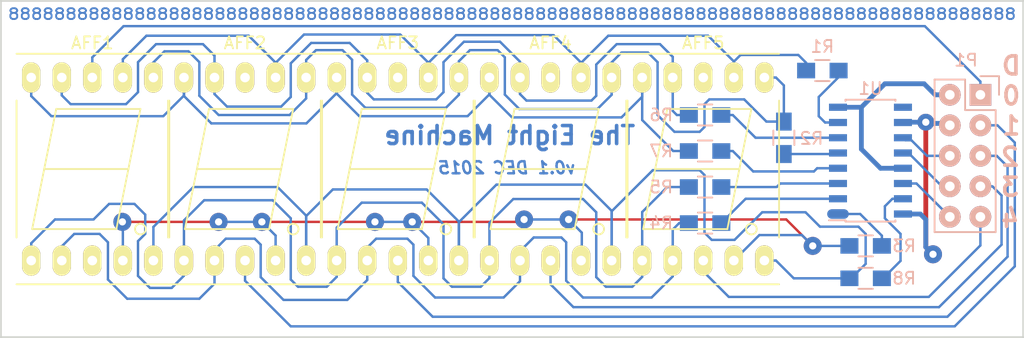
<source format=kicad_pcb>
(kicad_pcb (version 4) (host pcbnew 4.0.1-stable)

  (general
    (links 60)
    (no_connects 0)
    (area 110.524999 89.524999 195.675001 117.675001)
    (thickness 1.6)
    (drawings 13)
    (tracks 373)
    (zones 0)
    (modules 15)
    (nets 27)
  )

  (page A4)
  (layers
    (0 F.Cu signal)
    (31 B.Cu signal)
    (32 B.Adhes user hide)
    (33 F.Adhes user hide)
    (34 B.Paste user hide)
    (35 F.Paste user hide)
    (36 B.SilkS user)
    (37 F.SilkS user hide)
    (38 B.Mask user hide)
    (39 F.Mask user hide)
    (40 Dwgs.User user hide)
    (41 Cmts.User user hide)
    (42 Eco1.User user hide)
    (43 Eco2.User user hide)
    (44 Edge.Cuts user)
    (45 Margin user hide)
    (46 B.CrtYd user hide)
    (47 F.CrtYd user hide)
    (48 B.Fab user hide)
    (49 F.Fab user hide)
  )

  (setup
    (last_trace_width 0.2)
    (trace_clearance 0.25)
    (zone_clearance 0.508)
    (zone_45_only no)
    (trace_min 0.2)
    (segment_width 0.2)
    (edge_width 0.15)
    (via_size 1.2)
    (via_drill 0.8)
    (via_min_size 0.4)
    (via_min_drill 0.3)
    (uvia_size 0.3)
    (uvia_drill 0.1)
    (uvias_allowed no)
    (uvia_min_size 0.2)
    (uvia_min_drill 0.1)
    (pcb_text_width 0.3)
    (pcb_text_size 1.5 1.5)
    (mod_edge_width 0.15)
    (mod_text_size 1 1)
    (mod_text_width 0.15)
    (pad_size 1.524 1.524)
    (pad_drill 0.762)
    (pad_to_mask_clearance 0.2)
    (aux_axis_origin 0 0)
    (visible_elements FFFFFF7F)
    (pcbplotparams
      (layerselection 0x00000_fffffffe)
      (usegerberextensions false)
      (excludeedgelayer false)
      (linewidth 0.200000)
      (plotframeref false)
      (viasonmask true)
      (mode 1)
      (useauxorigin false)
      (hpglpennumber 1)
      (hpglpenspeed 20)
      (hpglpendiameter 15)
      (hpglpenoverlay 2)
      (psnegative false)
      (psa4output false)
      (plotreference true)
      (plotvalue true)
      (plotinvisibletext false)
      (padsonsilk false)
      (subtractmaskfromsilk false)
      (outputformat 2)
      (mirror false)
      (drillshape 2)
      (scaleselection 1)
      (outputdirectory ""))
  )

  (net 0 "")
  (net 1 "Net-(AFF1-Pad1)")
  (net 2 "Net-(AFF1-Pad2)")
  (net 3 D0)
  (net 4 "Net-(AFF1-Pad4)")
  (net 5 "Net-(AFF1-Pad5)")
  (net 6 "Net-(AFF1-Pad6)")
  (net 7 "Net-(AFF1-Pad7)")
  (net 8 "Net-(AFF1-Pad9)")
  (net 9 "Net-(AFF1-Pad10)")
  (net 10 D1)
  (net 11 D2)
  (net 12 D3)
  (net 13 D4)
  (net 14 VCC)
  (net 15 Latch)
  (net 16 Clock)
  (net 17 Data)
  (net 18 GND)
  (net 19 A)
  (net 20 B)
  (net 21 C)
  (net 22 D)
  (net 23 E)
  (net 24 F)
  (net 25 G)
  (net 26 DP)

  (net_class Default "This is the default net class."
    (clearance 0.25)
    (trace_width 0.2)
    (via_dia 1.2)
    (via_drill 0.8)
    (uvia_dia 0.3)
    (uvia_drill 0.1)
    (add_net A)
    (add_net B)
    (add_net C)
    (add_net Clock)
    (add_net D)
    (add_net D0)
    (add_net D1)
    (add_net D2)
    (add_net D3)
    (add_net D4)
    (add_net DP)
    (add_net Data)
    (add_net E)
    (add_net F)
    (add_net G)
    (add_net Latch)
    (add_net "Net-(AFF1-Pad1)")
    (add_net "Net-(AFF1-Pad10)")
    (add_net "Net-(AFF1-Pad2)")
    (add_net "Net-(AFF1-Pad4)")
    (add_net "Net-(AFF1-Pad5)")
    (add_net "Net-(AFF1-Pad6)")
    (add_net "Net-(AFF1-Pad7)")
    (add_net "Net-(AFF1-Pad9)")
  )

  (net_class POW ""
    (clearance 0.25)
    (trace_width 0.4)
    (via_dia 1.2)
    (via_drill 0.8)
    (uvia_dia 0.3)
    (uvia_drill 0.1)
    (add_net GND)
    (add_net VCC)
  )

  (module Resistors_SMD:R_0805_HandSoldering (layer B.Cu) (tedit 54189DEE) (tstamp 5678E26E)
    (at 182.5 112.7 180)
    (descr "Resistor SMD 0805, hand soldering")
    (tags "resistor 0805")
    (path /5678E981)
    (attr smd)
    (fp_text reference R8 (at -3.2 0 180) (layer B.SilkS)
      (effects (font (size 1 1) (thickness 0.15)) (justify mirror))
    )
    (fp_text value 330 (at -3.85 0 180) (layer B.Fab)
      (effects (font (size 1 1) (thickness 0.15)) (justify mirror))
    )
    (fp_line (start -2.4 1) (end 2.4 1) (layer B.CrtYd) (width 0.05))
    (fp_line (start -2.4 -1) (end 2.4 -1) (layer B.CrtYd) (width 0.05))
    (fp_line (start -2.4 1) (end -2.4 -1) (layer B.CrtYd) (width 0.05))
    (fp_line (start 2.4 1) (end 2.4 -1) (layer B.CrtYd) (width 0.05))
    (fp_line (start 0.6 -0.875) (end -0.6 -0.875) (layer B.SilkS) (width 0.15))
    (fp_line (start -0.6 0.875) (end 0.6 0.875) (layer B.SilkS) (width 0.15))
    (pad 1 smd rect (at -1.35 0 180) (size 1.5 1.3) (layers B.Cu B.Paste B.Mask)
      (net 26 DP))
    (pad 2 smd rect (at 1.35 0 180) (size 1.5 1.3) (layers B.Cu B.Paste B.Mask)
      (net 5 "Net-(AFF1-Pad5)"))
    (model Resistors_SMD.3dshapes/R_0805_HandSoldering.wrl
      (at (xyz 0 0 0))
      (scale (xyz 1 1 1))
      (rotate (xyz 0 0 0))
    )
  )

  (module Displays_7-Segment:7SegmentLED_LTS6760_LTS6780 (layer F.Cu) (tedit 0) (tstamp 5678F246)
    (at 118.2 103.6)
    (path /5678D302)
    (fp_text reference AFF1 (at 0 -10.5) (layer F.SilkS)
      (effects (font (size 1 1) (thickness 0.15)))
    )
    (fp_text value LTS-6980HR (at -0.4 12) (layer F.Fab)
      (effects (font (size 1 1) (thickness 0.15)))
    )
    (fp_circle (center 4 5) (end 4.4 5.2) (layer F.SilkS) (width 0.15))
    (fp_line (start -3 -5) (end -4 0) (layer F.SilkS) (width 0.15))
    (fp_line (start -4 0) (end -5 5) (layer F.SilkS) (width 0.15))
    (fp_line (start -5 5) (end 2 5) (layer F.SilkS) (width 0.15))
    (fp_line (start 2 5) (end 3 0) (layer F.SilkS) (width 0.15))
    (fp_line (start 4 -5) (end 3 0) (layer F.SilkS) (width 0.15))
    (fp_line (start 3 0) (end -4 0) (layer F.SilkS) (width 0.15))
    (fp_line (start -3 -5) (end 4 -5) (layer F.SilkS) (width 0.15))
    (fp_line (start 6.3 9.6) (end -6.3 9.6) (layer F.SilkS) (width 0.15))
    (fp_line (start -6.3 -5.7) (end -6.3 5.7) (layer F.SilkS) (width 0.15))
    (fp_line (start 6.3 -5.7) (end 6.3 5.7) (layer F.SilkS) (width 0.15))
    (fp_line (start -6.3 -9.6) (end 6.3 -9.6) (layer F.SilkS) (width 0.15))
    (pad 1 thru_hole oval (at -5.08 7.62) (size 1.524 2.524) (drill 0.8) (layers *.Cu *.Mask F.SilkS)
      (net 1 "Net-(AFF1-Pad1)"))
    (pad 2 thru_hole oval (at -2.54 7.62) (size 1.524 2.524) (drill 0.8) (layers *.Cu *.Mask F.SilkS)
      (net 2 "Net-(AFF1-Pad2)"))
    (pad 3 thru_hole oval (at 0 7.62) (size 1.524 2.524) (drill 0.8) (layers *.Cu *.Mask F.SilkS))
    (pad 4 thru_hole oval (at 2.54 7.62) (size 1.524 2.524) (drill 0.8) (layers *.Cu *.Mask F.SilkS)
      (net 4 "Net-(AFF1-Pad4)"))
    (pad 5 thru_hole oval (at 5.08 7.62) (size 1.524 2.524) (drill 0.8) (layers *.Cu *.Mask F.SilkS)
      (net 5 "Net-(AFF1-Pad5)"))
    (pad 6 thru_hole oval (at 5.08 -7.62) (size 1.524 2.524) (drill 0.8) (layers *.Cu *.Mask F.SilkS)
      (net 6 "Net-(AFF1-Pad6)"))
    (pad 7 thru_hole oval (at 2.54 -7.62) (size 1.524 2.524) (drill 0.8) (layers *.Cu *.Mask F.SilkS)
      (net 7 "Net-(AFF1-Pad7)"))
    (pad 8 thru_hole oval (at 0 -7.62) (size 1.524 2.524) (drill 0.8) (layers *.Cu *.Mask F.SilkS)
      (net 3 D0))
    (pad 9 thru_hole oval (at -2.54 -7.62) (size 1.524 2.524) (drill 0.8) (layers *.Cu *.Mask F.SilkS)
      (net 8 "Net-(AFF1-Pad9)"))
    (pad 10 thru_hole oval (at -5.08 -7.62) (size 1.524 2.524) (drill 0.8) (layers *.Cu *.Mask F.SilkS)
      (net 9 "Net-(AFF1-Pad10)"))
    (model Displays_7-Segment.3dshapes/7SegmentLED_LTS6760_LTS6780.wrl
      (at (xyz 0 0 0))
      (scale (xyz 0.3937 0.3937 0.3937))
      (rotate (xyz 0 0 0))
    )
  )

  (module Housings_SOIC:SOIC-16_3.9x9.9mm_Pitch1.27mm (layer B.Cu) (tedit 5679D1DC) (tstamp 5678D9D7)
    (at 182.9 102.9)
    (descr "16-Lead Plastic Small Outline (SL) - Narrow, 3.90 mm Body [SOIC] (see Microchip Packaging Specification 00000049BS.pdf)")
    (tags "SOIC 1.27")
    (path /5678F6F1)
    (attr smd)
    (fp_text reference U1 (at 0 -6) (layer B.SilkS)
      (effects (font (size 1 1) (thickness 0.15)) (justify mirror))
    )
    (fp_text value 74HC595 (at 0 -6) (layer B.Fab)
      (effects (font (size 1 1) (thickness 0.15)) (justify mirror))
    )
    (fp_line (start -3.7 5.25) (end -3.7 -5.25) (layer B.CrtYd) (width 0.05))
    (fp_line (start 3.7 5.25) (end 3.7 -5.25) (layer B.CrtYd) (width 0.05))
    (fp_line (start -3.7 5.25) (end 3.7 5.25) (layer B.CrtYd) (width 0.05))
    (fp_line (start -3.7 -5.25) (end 3.7 -5.25) (layer B.CrtYd) (width 0.05))
    (fp_line (start -2.075 5.075) (end -2.075 4.97) (layer B.SilkS) (width 0.15))
    (fp_line (start 2.075 5.075) (end 2.075 4.97) (layer B.SilkS) (width 0.15))
    (fp_line (start 2.075 -5.075) (end 2.075 -4.97) (layer B.SilkS) (width 0.15))
    (fp_line (start -2.075 -5.075) (end -2.075 -4.97) (layer B.SilkS) (width 0.15))
    (fp_line (start -2.075 5.075) (end 2.075 5.075) (layer B.SilkS) (width 0.15))
    (fp_line (start -2.075 -5.075) (end 2.075 -5.075) (layer B.SilkS) (width 0.15))
    (fp_line (start -2.075 4.97) (end -3.45 4.97) (layer B.SilkS) (width 0.15))
    (pad 1 smd oval (at -2.7 4.445) (size 1.8 0.8) (layers B.Cu B.Paste B.Mask)
      (net 21 C))
    (pad 2 smd rect (at -2.7 3.175) (size 1.5 0.6) (layers B.Cu B.Paste B.Mask)
      (net 22 D))
    (pad 3 smd rect (at -2.7 1.905) (size 1.5 0.6) (layers B.Cu B.Paste B.Mask)
      (net 23 E))
    (pad 4 smd rect (at -2.7 0.635) (size 1.5 0.6) (layers B.Cu B.Paste B.Mask)
      (net 25 G))
    (pad 5 smd rect (at -2.7 -0.635) (size 1.5 0.6) (layers B.Cu B.Paste B.Mask)
      (net 20 B))
    (pad 6 smd rect (at -2.7 -1.905) (size 1.5 0.6) (layers B.Cu B.Paste B.Mask)
      (net 24 F))
    (pad 7 smd rect (at -2.7 -3.175) (size 1.5 0.6) (layers B.Cu B.Paste B.Mask)
      (net 19 A))
    (pad 8 smd rect (at -2.7 -4.445) (size 1.5 0.6) (layers B.Cu B.Paste B.Mask)
      (net 18 GND))
    (pad 9 smd rect (at 2.7 -4.445) (size 1.5 0.6) (layers B.Cu B.Paste B.Mask))
    (pad 10 smd rect (at 2.7 -3.175) (size 1.5 0.6) (layers B.Cu B.Paste B.Mask)
      (net 14 VCC))
    (pad 11 smd rect (at 2.7 -1.905) (size 1.5 0.6) (layers B.Cu B.Paste B.Mask)
      (net 16 Clock))
    (pad 12 smd rect (at 2.7 -0.635) (size 1.5 0.6) (layers B.Cu B.Paste B.Mask)
      (net 15 Latch))
    (pad 13 smd rect (at 2.7 0.635) (size 1.5 0.6) (layers B.Cu B.Paste B.Mask)
      (net 18 GND))
    (pad 14 smd rect (at 2.7 1.905) (size 1.5 0.6) (layers B.Cu B.Paste B.Mask)
      (net 17 Data))
    (pad 15 smd rect (at 2.7 3.175) (size 1.5 0.6) (layers B.Cu B.Paste B.Mask)
      (net 26 DP))
    (pad 16 smd rect (at 2.7 4.445) (size 1.5 0.6) (layers B.Cu B.Paste B.Mask)
      (net 14 VCC))
    (model Housings_SOIC.3dshapes/SOIC-16_3.9x9.9mm_Pitch1.27mm.wrl
      (at (xyz 0 0 0))
      (scale (xyz 1 1 1))
      (rotate (xyz 0 0 0))
    )
  )

  (module Pin_Headers:Pin_Header_Straight_2x05 (layer B.Cu) (tedit 5679CE28) (tstamp 5678D993)
    (at 192.04 97.42 180)
    (descr "Through hole pin header")
    (tags "pin header")
    (path /5678F8B8)
    (fp_text reference P1 (at 1.2 2.88 180) (layer B.SilkS)
      (effects (font (size 1 1) (thickness 0.15)) (justify mirror))
    )
    (fp_text value CONN_02X05 (at -2.5 -6.12 450) (layer B.Fab)
      (effects (font (size 1 1) (thickness 0.15)) (justify mirror))
    )
    (fp_line (start -1.75 1.75) (end -1.75 -11.95) (layer B.CrtYd) (width 0.05))
    (fp_line (start 4.3 1.75) (end 4.3 -11.95) (layer B.CrtYd) (width 0.05))
    (fp_line (start -1.75 1.75) (end 4.3 1.75) (layer B.CrtYd) (width 0.05))
    (fp_line (start -1.75 -11.95) (end 4.3 -11.95) (layer B.CrtYd) (width 0.05))
    (fp_line (start 3.81 1.27) (end 3.81 -11.43) (layer B.SilkS) (width 0.15))
    (fp_line (start 3.81 -11.43) (end -1.27 -11.43) (layer B.SilkS) (width 0.15))
    (fp_line (start -1.27 -11.43) (end -1.27 -1.27) (layer B.SilkS) (width 0.15))
    (fp_line (start 3.81 1.27) (end 1.27 1.27) (layer B.SilkS) (width 0.15))
    (fp_line (start 0 1.55) (end -1.55 1.55) (layer B.SilkS) (width 0.15))
    (fp_line (start 1.27 1.27) (end 1.27 -1.27) (layer B.SilkS) (width 0.15))
    (fp_line (start 1.27 -1.27) (end -1.27 -1.27) (layer B.SilkS) (width 0.15))
    (fp_line (start -1.55 1.55) (end -1.55 0) (layer B.SilkS) (width 0.15))
    (pad 1 thru_hole rect (at 0 0 180) (size 1.8 1.8) (drill 0.8) (layers *.Cu *.Mask B.SilkS)
      (net 3 D0))
    (pad 2 thru_hole circle (at 2.54 0 180) (size 1.8 1.8) (drill 0.8) (layers *.Cu *.Mask B.SilkS)
      (net 18 GND))
    (pad 3 thru_hole circle (at 0 -2.54 180) (size 1.8 1.8) (drill 0.8) (layers *.Cu *.Mask B.SilkS)
      (net 10 D1))
    (pad 4 thru_hole circle (at 2.54 -2.54 180) (size 1.8 1.8) (drill 0.8) (layers *.Cu *.Mask B.SilkS)
      (net 14 VCC))
    (pad 5 thru_hole circle (at 0 -5.08 180) (size 1.8 1.8) (drill 0.8) (layers *.Cu *.Mask B.SilkS)
      (net 11 D2))
    (pad 6 thru_hole circle (at 2.54 -5.08 180) (size 1.8 1.8) (drill 0.8) (layers *.Cu *.Mask B.SilkS)
      (net 16 Clock))
    (pad 7 thru_hole circle (at 0 -7.62 180) (size 1.8 1.8) (drill 0.8) (layers *.Cu *.Mask B.SilkS)
      (net 12 D3))
    (pad 8 thru_hole circle (at 2.54 -7.62 180) (size 1.8 1.8) (drill 0.8) (layers *.Cu *.Mask B.SilkS)
      (net 15 Latch))
    (pad 9 thru_hole circle (at 0 -10.16 180) (size 1.8 1.8) (drill 0.8) (layers *.Cu *.Mask B.SilkS)
      (net 13 D4))
    (pad 10 thru_hole circle (at 2.54 -10.16 180) (size 1.8 1.8) (drill 0.8) (layers *.Cu *.Mask B.SilkS)
      (net 17 Data))
    (model Pin_Headers.3dshapes/Pin_Header_Straight_2x05.wrl
      (at (xyz 0.05 -0.2 0))
      (scale (xyz 1 1 1))
      (rotate (xyz 0 0 90))
    )
  )

  (module Displays_7-Segment:7SegmentLED_LTS6760_LTS6780 (layer F.Cu) (tedit 0) (tstamp 5678D985)
    (at 169 103.6)
    (path /5678D5B8)
    (fp_text reference AFF5 (at 0 -10.5) (layer F.SilkS)
      (effects (font (size 1 1) (thickness 0.15)))
    )
    (fp_text value LTS-6980HR (at -0.4 12) (layer F.Fab)
      (effects (font (size 1 1) (thickness 0.15)))
    )
    (fp_circle (center 4 5) (end 4.4 5.2) (layer F.SilkS) (width 0.15))
    (fp_line (start -3 -5) (end -4 0) (layer F.SilkS) (width 0.15))
    (fp_line (start -4 0) (end -5 5) (layer F.SilkS) (width 0.15))
    (fp_line (start -5 5) (end 2 5) (layer F.SilkS) (width 0.15))
    (fp_line (start 2 5) (end 3 0) (layer F.SilkS) (width 0.15))
    (fp_line (start 4 -5) (end 3 0) (layer F.SilkS) (width 0.15))
    (fp_line (start 3 0) (end -4 0) (layer F.SilkS) (width 0.15))
    (fp_line (start -3 -5) (end 4 -5) (layer F.SilkS) (width 0.15))
    (fp_line (start 6.3 9.6) (end -6.3 9.6) (layer F.SilkS) (width 0.15))
    (fp_line (start -6.3 -5.7) (end -6.3 5.7) (layer F.SilkS) (width 0.15))
    (fp_line (start 6.3 -5.7) (end 6.3 5.7) (layer F.SilkS) (width 0.15))
    (fp_line (start -6.3 -9.6) (end 6.3 -9.6) (layer F.SilkS) (width 0.15))
    (pad 1 thru_hole oval (at -5.08 7.62) (size 1.524 2.524) (drill 0.8) (layers *.Cu *.Mask F.SilkS)
      (net 1 "Net-(AFF1-Pad1)"))
    (pad 2 thru_hole oval (at -2.54 7.62) (size 1.524 2.524) (drill 0.8) (layers *.Cu *.Mask F.SilkS)
      (net 2 "Net-(AFF1-Pad2)"))
    (pad 3 thru_hole oval (at 0 7.62) (size 1.524 2.524) (drill 0.8) (layers *.Cu *.Mask F.SilkS)
      (net 13 D4))
    (pad 4 thru_hole oval (at 2.54 7.62) (size 1.524 2.524) (drill 0.8) (layers *.Cu *.Mask F.SilkS)
      (net 4 "Net-(AFF1-Pad4)"))
    (pad 5 thru_hole oval (at 5.08 7.62) (size 1.524 2.524) (drill 0.8) (layers *.Cu *.Mask F.SilkS)
      (net 5 "Net-(AFF1-Pad5)"))
    (pad 6 thru_hole oval (at 5.08 -7.62) (size 1.524 2.524) (drill 0.8) (layers *.Cu *.Mask F.SilkS)
      (net 6 "Net-(AFF1-Pad6)"))
    (pad 7 thru_hole oval (at 2.54 -7.62) (size 1.524 2.524) (drill 0.8) (layers *.Cu *.Mask F.SilkS)
      (net 7 "Net-(AFF1-Pad7)"))
    (pad 8 thru_hole oval (at 0 -7.62) (size 1.524 2.524) (drill 0.8) (layers *.Cu *.Mask F.SilkS))
    (pad 9 thru_hole oval (at -2.54 -7.62) (size 1.524 2.524) (drill 0.8) (layers *.Cu *.Mask F.SilkS)
      (net 8 "Net-(AFF1-Pad9)"))
    (pad 10 thru_hole oval (at -5.08 -7.62) (size 1.524 2.524) (drill 0.8) (layers *.Cu *.Mask F.SilkS)
      (net 9 "Net-(AFF1-Pad10)"))
    (model Displays_7-Segment.3dshapes/7SegmentLED_LTS6760_LTS6780.wrl
      (at (xyz 0 0 0))
      (scale (xyz 0.3937 0.3937 0.3937))
      (rotate (xyz 0 0 0))
    )
  )

  (module Displays_7-Segment:7SegmentLED_LTS6760_LTS6780 (layer F.Cu) (tedit 0) (tstamp 5678D95B)
    (at 130.9 103.6)
    (path /5678D3B3)
    (fp_text reference AFF2 (at 0 -10.5) (layer F.SilkS)
      (effects (font (size 1 1) (thickness 0.15)))
    )
    (fp_text value LTS-6980HR (at -0.4 12) (layer F.Fab)
      (effects (font (size 1 1) (thickness 0.15)))
    )
    (fp_circle (center 4 5) (end 4.4 5.2) (layer F.SilkS) (width 0.15))
    (fp_line (start -3 -5) (end -4 0) (layer F.SilkS) (width 0.15))
    (fp_line (start -4 0) (end -5 5) (layer F.SilkS) (width 0.15))
    (fp_line (start -5 5) (end 2 5) (layer F.SilkS) (width 0.15))
    (fp_line (start 2 5) (end 3 0) (layer F.SilkS) (width 0.15))
    (fp_line (start 4 -5) (end 3 0) (layer F.SilkS) (width 0.15))
    (fp_line (start 3 0) (end -4 0) (layer F.SilkS) (width 0.15))
    (fp_line (start -3 -5) (end 4 -5) (layer F.SilkS) (width 0.15))
    (fp_line (start 6.3 9.6) (end -6.3 9.6) (layer F.SilkS) (width 0.15))
    (fp_line (start -6.3 -5.7) (end -6.3 5.7) (layer F.SilkS) (width 0.15))
    (fp_line (start 6.3 -5.7) (end 6.3 5.7) (layer F.SilkS) (width 0.15))
    (fp_line (start -6.3 -9.6) (end 6.3 -9.6) (layer F.SilkS) (width 0.15))
    (pad 1 thru_hole oval (at -5.08 7.62) (size 1.524 2.524) (drill 0.8) (layers *.Cu *.Mask F.SilkS)
      (net 1 "Net-(AFF1-Pad1)"))
    (pad 2 thru_hole oval (at -2.54 7.62) (size 1.524 2.524) (drill 0.8) (layers *.Cu *.Mask F.SilkS)
      (net 2 "Net-(AFF1-Pad2)"))
    (pad 3 thru_hole oval (at 0 7.62) (size 1.524 2.524) (drill 0.8) (layers *.Cu *.Mask F.SilkS)
      (net 10 D1))
    (pad 4 thru_hole oval (at 2.54 7.62) (size 1.524 2.524) (drill 0.8) (layers *.Cu *.Mask F.SilkS)
      (net 4 "Net-(AFF1-Pad4)"))
    (pad 5 thru_hole oval (at 5.08 7.62) (size 1.524 2.524) (drill 0.8) (layers *.Cu *.Mask F.SilkS)
      (net 5 "Net-(AFF1-Pad5)"))
    (pad 6 thru_hole oval (at 5.08 -7.62) (size 1.524 2.524) (drill 0.8) (layers *.Cu *.Mask F.SilkS)
      (net 6 "Net-(AFF1-Pad6)"))
    (pad 7 thru_hole oval (at 2.54 -7.62) (size 1.524 2.524) (drill 0.8) (layers *.Cu *.Mask F.SilkS)
      (net 7 "Net-(AFF1-Pad7)"))
    (pad 8 thru_hole oval (at 0 -7.62) (size 1.524 2.524) (drill 0.8) (layers *.Cu *.Mask F.SilkS))
    (pad 9 thru_hole oval (at -2.54 -7.62) (size 1.524 2.524) (drill 0.8) (layers *.Cu *.Mask F.SilkS)
      (net 8 "Net-(AFF1-Pad9)"))
    (pad 10 thru_hole oval (at -5.08 -7.62) (size 1.524 2.524) (drill 0.8) (layers *.Cu *.Mask F.SilkS)
      (net 9 "Net-(AFF1-Pad10)"))
    (model Displays_7-Segment.3dshapes/7SegmentLED_LTS6760_LTS6780.wrl
      (at (xyz 0 0 0))
      (scale (xyz 0.3937 0.3937 0.3937))
      (rotate (xyz 0 0 0))
    )
  )

  (module Displays_7-Segment:7SegmentLED_LTS6760_LTS6780 (layer F.Cu) (tedit 0) (tstamp 5678D969)
    (at 143.6 103.6)
    (path /5678D506)
    (fp_text reference AFF3 (at 0 -10.5) (layer F.SilkS)
      (effects (font (size 1 1) (thickness 0.15)))
    )
    (fp_text value LTS-6980HR (at -0.4 12) (layer F.Fab)
      (effects (font (size 1 1) (thickness 0.15)))
    )
    (fp_circle (center 4 5) (end 4.4 5.2) (layer F.SilkS) (width 0.15))
    (fp_line (start -3 -5) (end -4 0) (layer F.SilkS) (width 0.15))
    (fp_line (start -4 0) (end -5 5) (layer F.SilkS) (width 0.15))
    (fp_line (start -5 5) (end 2 5) (layer F.SilkS) (width 0.15))
    (fp_line (start 2 5) (end 3 0) (layer F.SilkS) (width 0.15))
    (fp_line (start 4 -5) (end 3 0) (layer F.SilkS) (width 0.15))
    (fp_line (start 3 0) (end -4 0) (layer F.SilkS) (width 0.15))
    (fp_line (start -3 -5) (end 4 -5) (layer F.SilkS) (width 0.15))
    (fp_line (start 6.3 9.6) (end -6.3 9.6) (layer F.SilkS) (width 0.15))
    (fp_line (start -6.3 -5.7) (end -6.3 5.7) (layer F.SilkS) (width 0.15))
    (fp_line (start 6.3 -5.7) (end 6.3 5.7) (layer F.SilkS) (width 0.15))
    (fp_line (start -6.3 -9.6) (end 6.3 -9.6) (layer F.SilkS) (width 0.15))
    (pad 1 thru_hole oval (at -5.08 7.62) (size 1.524 2.524) (drill 0.8) (layers *.Cu *.Mask F.SilkS)
      (net 1 "Net-(AFF1-Pad1)"))
    (pad 2 thru_hole oval (at -2.54 7.62) (size 1.524 2.524) (drill 0.8) (layers *.Cu *.Mask F.SilkS)
      (net 2 "Net-(AFF1-Pad2)"))
    (pad 3 thru_hole oval (at 0 7.62) (size 1.524 2.524) (drill 0.8) (layers *.Cu *.Mask F.SilkS)
      (net 11 D2))
    (pad 4 thru_hole oval (at 2.54 7.62) (size 1.524 2.524) (drill 0.8) (layers *.Cu *.Mask F.SilkS)
      (net 4 "Net-(AFF1-Pad4)"))
    (pad 5 thru_hole oval (at 5.08 7.62) (size 1.524 2.524) (drill 0.8) (layers *.Cu *.Mask F.SilkS)
      (net 5 "Net-(AFF1-Pad5)"))
    (pad 6 thru_hole oval (at 5.08 -7.62) (size 1.524 2.524) (drill 0.8) (layers *.Cu *.Mask F.SilkS)
      (net 6 "Net-(AFF1-Pad6)"))
    (pad 7 thru_hole oval (at 2.54 -7.62) (size 1.524 2.524) (drill 0.8) (layers *.Cu *.Mask F.SilkS)
      (net 7 "Net-(AFF1-Pad7)"))
    (pad 8 thru_hole oval (at 0 -7.62) (size 1.524 2.524) (drill 0.8) (layers *.Cu *.Mask F.SilkS))
    (pad 9 thru_hole oval (at -2.54 -7.62) (size 1.524 2.524) (drill 0.8) (layers *.Cu *.Mask F.SilkS)
      (net 8 "Net-(AFF1-Pad9)"))
    (pad 10 thru_hole oval (at -5.08 -7.62) (size 1.524 2.524) (drill 0.8) (layers *.Cu *.Mask F.SilkS)
      (net 9 "Net-(AFF1-Pad10)"))
    (model Displays_7-Segment.3dshapes/7SegmentLED_LTS6760_LTS6780.wrl
      (at (xyz 0 0 0))
      (scale (xyz 0.3937 0.3937 0.3937))
      (rotate (xyz 0 0 0))
    )
  )

  (module Displays_7-Segment:7SegmentLED_LTS6760_LTS6780 (layer F.Cu) (tedit 0) (tstamp 5678D977)
    (at 156.3 103.6)
    (path /5678D527)
    (fp_text reference AFF4 (at 0 -10.5) (layer F.SilkS)
      (effects (font (size 1 1) (thickness 0.15)))
    )
    (fp_text value LTS-6980HR (at -0.4 12) (layer F.Fab)
      (effects (font (size 1 1) (thickness 0.15)))
    )
    (fp_circle (center 4 5) (end 4.4 5.2) (layer F.SilkS) (width 0.15))
    (fp_line (start -3 -5) (end -4 0) (layer F.SilkS) (width 0.15))
    (fp_line (start -4 0) (end -5 5) (layer F.SilkS) (width 0.15))
    (fp_line (start -5 5) (end 2 5) (layer F.SilkS) (width 0.15))
    (fp_line (start 2 5) (end 3 0) (layer F.SilkS) (width 0.15))
    (fp_line (start 4 -5) (end 3 0) (layer F.SilkS) (width 0.15))
    (fp_line (start 3 0) (end -4 0) (layer F.SilkS) (width 0.15))
    (fp_line (start -3 -5) (end 4 -5) (layer F.SilkS) (width 0.15))
    (fp_line (start 6.3 9.6) (end -6.3 9.6) (layer F.SilkS) (width 0.15))
    (fp_line (start -6.3 -5.7) (end -6.3 5.7) (layer F.SilkS) (width 0.15))
    (fp_line (start 6.3 -5.7) (end 6.3 5.7) (layer F.SilkS) (width 0.15))
    (fp_line (start -6.3 -9.6) (end 6.3 -9.6) (layer F.SilkS) (width 0.15))
    (pad 1 thru_hole oval (at -5.08 7.62) (size 1.524 2.524) (drill 0.8) (layers *.Cu *.Mask F.SilkS)
      (net 1 "Net-(AFF1-Pad1)"))
    (pad 2 thru_hole oval (at -2.54 7.62) (size 1.524 2.524) (drill 0.8) (layers *.Cu *.Mask F.SilkS)
      (net 2 "Net-(AFF1-Pad2)"))
    (pad 3 thru_hole oval (at 0 7.62) (size 1.524 2.524) (drill 0.8) (layers *.Cu *.Mask F.SilkS)
      (net 12 D3))
    (pad 4 thru_hole oval (at 2.54 7.62) (size 1.524 2.524) (drill 0.8) (layers *.Cu *.Mask F.SilkS)
      (net 4 "Net-(AFF1-Pad4)"))
    (pad 5 thru_hole oval (at 5.08 7.62) (size 1.524 2.524) (drill 0.8) (layers *.Cu *.Mask F.SilkS)
      (net 5 "Net-(AFF1-Pad5)"))
    (pad 6 thru_hole oval (at 5.08 -7.62) (size 1.524 2.524) (drill 0.8) (layers *.Cu *.Mask F.SilkS)
      (net 6 "Net-(AFF1-Pad6)"))
    (pad 7 thru_hole oval (at 2.54 -7.62) (size 1.524 2.524) (drill 0.8) (layers *.Cu *.Mask F.SilkS)
      (net 7 "Net-(AFF1-Pad7)"))
    (pad 8 thru_hole oval (at 0 -7.62) (size 1.524 2.524) (drill 0.8) (layers *.Cu *.Mask F.SilkS))
    (pad 9 thru_hole oval (at -2.54 -7.62) (size 1.524 2.524) (drill 0.8) (layers *.Cu *.Mask F.SilkS)
      (net 8 "Net-(AFF1-Pad9)"))
    (pad 10 thru_hole oval (at -5.08 -7.62) (size 1.524 2.524) (drill 0.8) (layers *.Cu *.Mask F.SilkS)
      (net 9 "Net-(AFF1-Pad10)"))
    (model Displays_7-Segment.3dshapes/7SegmentLED_LTS6760_LTS6780.wrl
      (at (xyz 0 0 0))
      (scale (xyz 0.3937 0.3937 0.3937))
      (rotate (xyz 0 0 0))
    )
  )

  (module Resistors_SMD:R_0805_HandSoldering (layer B.Cu) (tedit 54189DEE) (tstamp 5678E24B)
    (at 178.9 95.4 180)
    (descr "Resistor SMD 0805, hand soldering")
    (tags "resistor 0805")
    (path /5678E744)
    (attr smd)
    (fp_text reference R1 (at 0 2 180) (layer B.SilkS)
      (effects (font (size 1 1) (thickness 0.15)) (justify mirror))
    )
    (fp_text value 330 (at -3.85 0 180) (layer B.Fab)
      (effects (font (size 1 1) (thickness 0.15)) (justify mirror))
    )
    (fp_line (start -2.4 1) (end 2.4 1) (layer B.CrtYd) (width 0.05))
    (fp_line (start -2.4 -1) (end 2.4 -1) (layer B.CrtYd) (width 0.05))
    (fp_line (start -2.4 1) (end -2.4 -1) (layer B.CrtYd) (width 0.05))
    (fp_line (start 2.4 1) (end 2.4 -1) (layer B.CrtYd) (width 0.05))
    (fp_line (start 0.6 -0.875) (end -0.6 -0.875) (layer B.SilkS) (width 0.15))
    (fp_line (start -0.6 0.875) (end 0.6 0.875) (layer B.SilkS) (width 0.15))
    (pad 1 smd rect (at -1.35 0 180) (size 1.5 1.3) (layers B.Cu B.Paste B.Mask)
      (net 19 A))
    (pad 2 smd rect (at 1.35 0 180) (size 1.5 1.3) (layers B.Cu B.Paste B.Mask)
      (net 7 "Net-(AFF1-Pad7)"))
    (model Resistors_SMD.3dshapes/R_0805_HandSoldering.wrl
      (at (xyz 0 0 0))
      (scale (xyz 1 1 1))
      (rotate (xyz 0 0 0))
    )
  )

  (module Resistors_SMD:R_0805_HandSoldering (layer B.Cu) (tedit 54189DEE) (tstamp 5678E250)
    (at 175.7 101 90)
    (descr "Resistor SMD 0805, hand soldering")
    (tags "resistor 0805")
    (path /5678E86D)
    (attr smd)
    (fp_text reference R2 (at -0.05 2.3 180) (layer B.SilkS)
      (effects (font (size 1 1) (thickness 0.15)) (justify mirror))
    )
    (fp_text value 330 (at 1.75 2.7 180) (layer B.Fab)
      (effects (font (size 1 1) (thickness 0.15)) (justify mirror))
    )
    (fp_line (start -2.4 1) (end 2.4 1) (layer B.CrtYd) (width 0.05))
    (fp_line (start -2.4 -1) (end 2.4 -1) (layer B.CrtYd) (width 0.05))
    (fp_line (start -2.4 1) (end -2.4 -1) (layer B.CrtYd) (width 0.05))
    (fp_line (start 2.4 1) (end 2.4 -1) (layer B.CrtYd) (width 0.05))
    (fp_line (start 0.6 -0.875) (end -0.6 -0.875) (layer B.SilkS) (width 0.15))
    (fp_line (start -0.6 0.875) (end 0.6 0.875) (layer B.SilkS) (width 0.15))
    (pad 1 smd rect (at -1.35 0 90) (size 1.5 1.3) (layers B.Cu B.Paste B.Mask)
      (net 20 B))
    (pad 2 smd rect (at 1.35 0 90) (size 1.5 1.3) (layers B.Cu B.Paste B.Mask)
      (net 6 "Net-(AFF1-Pad6)"))
    (model Resistors_SMD.3dshapes/R_0805_HandSoldering.wrl
      (at (xyz 0 0 0))
      (scale (xyz 1 1 1))
      (rotate (xyz 0 0 0))
    )
  )

  (module Resistors_SMD:R_0805_HandSoldering (layer B.Cu) (tedit 54189DEE) (tstamp 5678E255)
    (at 182.5 110 180)
    (descr "Resistor SMD 0805, hand soldering")
    (tags "resistor 0805")
    (path /5678E8B5)
    (attr smd)
    (fp_text reference R3 (at -3.2 0 180) (layer B.SilkS)
      (effects (font (size 1 1) (thickness 0.15)) (justify mirror))
    )
    (fp_text value 330 (at -3.85 0 180) (layer B.Fab)
      (effects (font (size 1 1) (thickness 0.15)) (justify mirror))
    )
    (fp_line (start -2.4 1) (end 2.4 1) (layer B.CrtYd) (width 0.05))
    (fp_line (start -2.4 -1) (end 2.4 -1) (layer B.CrtYd) (width 0.05))
    (fp_line (start -2.4 1) (end -2.4 -1) (layer B.CrtYd) (width 0.05))
    (fp_line (start 2.4 1) (end 2.4 -1) (layer B.CrtYd) (width 0.05))
    (fp_line (start 0.6 -0.875) (end -0.6 -0.875) (layer B.SilkS) (width 0.15))
    (fp_line (start -0.6 0.875) (end 0.6 0.875) (layer B.SilkS) (width 0.15))
    (pad 1 smd rect (at -1.35 0 180) (size 1.5 1.3) (layers B.Cu B.Paste B.Mask)
      (net 21 C))
    (pad 2 smd rect (at 1.35 0 180) (size 1.5 1.3) (layers B.Cu B.Paste B.Mask)
      (net 4 "Net-(AFF1-Pad4)"))
    (model Resistors_SMD.3dshapes/R_0805_HandSoldering.wrl
      (at (xyz 0 0 0))
      (scale (xyz 1 1 1))
      (rotate (xyz 0 0 0))
    )
  )

  (module Resistors_SMD:R_0805_HandSoldering (layer B.Cu) (tedit 54189DEE) (tstamp 5678E25A)
    (at 169.15 108.1 180)
    (descr "Resistor SMD 0805, hand soldering")
    (tags "resistor 0805")
    (path /5678E8D9)
    (attr smd)
    (fp_text reference R4 (at 3.65 0 180) (layer B.SilkS)
      (effects (font (size 1 1) (thickness 0.15)) (justify mirror))
    )
    (fp_text value 330 (at -3.85 0 180) (layer B.Fab)
      (effects (font (size 1 1) (thickness 0.15)) (justify mirror))
    )
    (fp_line (start -2.4 1) (end 2.4 1) (layer B.CrtYd) (width 0.05))
    (fp_line (start -2.4 -1) (end 2.4 -1) (layer B.CrtYd) (width 0.05))
    (fp_line (start -2.4 1) (end -2.4 -1) (layer B.CrtYd) (width 0.05))
    (fp_line (start 2.4 1) (end 2.4 -1) (layer B.CrtYd) (width 0.05))
    (fp_line (start 0.6 -0.875) (end -0.6 -0.875) (layer B.SilkS) (width 0.15))
    (fp_line (start -0.6 0.875) (end 0.6 0.875) (layer B.SilkS) (width 0.15))
    (pad 1 smd rect (at -1.35 0 180) (size 1.5 1.3) (layers B.Cu B.Paste B.Mask)
      (net 22 D))
    (pad 2 smd rect (at 1.35 0 180) (size 1.5 1.3) (layers B.Cu B.Paste B.Mask)
      (net 2 "Net-(AFF1-Pad2)"))
    (model Resistors_SMD.3dshapes/R_0805_HandSoldering.wrl
      (at (xyz 0 0 0))
      (scale (xyz 1 1 1))
      (rotate (xyz 0 0 0))
    )
  )

  (module Resistors_SMD:R_0805_HandSoldering (layer B.Cu) (tedit 54189DEE) (tstamp 5678E25F)
    (at 169.15 105.1 180)
    (descr "Resistor SMD 0805, hand soldering")
    (tags "resistor 0805")
    (path /5678E908)
    (attr smd)
    (fp_text reference R5 (at 3.65 0 180) (layer B.SilkS)
      (effects (font (size 1 1) (thickness 0.15)) (justify mirror))
    )
    (fp_text value 330 (at -3.85 0 180) (layer B.Fab)
      (effects (font (size 1 1) (thickness 0.15)) (justify mirror))
    )
    (fp_line (start -2.4 1) (end 2.4 1) (layer B.CrtYd) (width 0.05))
    (fp_line (start -2.4 -1) (end 2.4 -1) (layer B.CrtYd) (width 0.05))
    (fp_line (start -2.4 1) (end -2.4 -1) (layer B.CrtYd) (width 0.05))
    (fp_line (start 2.4 1) (end 2.4 -1) (layer B.CrtYd) (width 0.05))
    (fp_line (start 0.6 -0.875) (end -0.6 -0.875) (layer B.SilkS) (width 0.15))
    (fp_line (start -0.6 0.875) (end 0.6 0.875) (layer B.SilkS) (width 0.15))
    (pad 1 smd rect (at -1.35 0 180) (size 1.5 1.3) (layers B.Cu B.Paste B.Mask)
      (net 23 E))
    (pad 2 smd rect (at 1.35 0 180) (size 1.5 1.3) (layers B.Cu B.Paste B.Mask)
      (net 1 "Net-(AFF1-Pad1)"))
    (model Resistors_SMD.3dshapes/R_0805_HandSoldering.wrl
      (at (xyz 0 0 0))
      (scale (xyz 1 1 1))
      (rotate (xyz 0 0 0))
    )
  )

  (module Resistors_SMD:R_0805_HandSoldering (layer B.Cu) (tedit 54189DEE) (tstamp 5678E264)
    (at 169.15 99.1 180)
    (descr "Resistor SMD 0805, hand soldering")
    (tags "resistor 0805")
    (path /5678E931)
    (attr smd)
    (fp_text reference R6 (at 3.65 0 180) (layer B.SilkS)
      (effects (font (size 1 1) (thickness 0.15)) (justify mirror))
    )
    (fp_text value 330 (at -3.85 0 180) (layer B.Fab)
      (effects (font (size 1 1) (thickness 0.15)) (justify mirror))
    )
    (fp_line (start -2.4 1) (end 2.4 1) (layer B.CrtYd) (width 0.05))
    (fp_line (start -2.4 -1) (end 2.4 -1) (layer B.CrtYd) (width 0.05))
    (fp_line (start -2.4 1) (end -2.4 -1) (layer B.CrtYd) (width 0.05))
    (fp_line (start 2.4 1) (end 2.4 -1) (layer B.CrtYd) (width 0.05))
    (fp_line (start 0.6 -0.875) (end -0.6 -0.875) (layer B.SilkS) (width 0.15))
    (fp_line (start -0.6 0.875) (end 0.6 0.875) (layer B.SilkS) (width 0.15))
    (pad 1 smd rect (at -1.35 0 180) (size 1.5 1.3) (layers B.Cu B.Paste B.Mask)
      (net 24 F))
    (pad 2 smd rect (at 1.35 0 180) (size 1.5 1.3) (layers B.Cu B.Paste B.Mask)
      (net 8 "Net-(AFF1-Pad9)"))
    (model Resistors_SMD.3dshapes/R_0805_HandSoldering.wrl
      (at (xyz 0 0 0))
      (scale (xyz 1 1 1))
      (rotate (xyz 0 0 0))
    )
  )

  (module Resistors_SMD:R_0805_HandSoldering (layer B.Cu) (tedit 54189DEE) (tstamp 5678E269)
    (at 169.15 102.1 180)
    (descr "Resistor SMD 0805, hand soldering")
    (tags "resistor 0805")
    (path /5678E958)
    (attr smd)
    (fp_text reference R7 (at 3.65 0 180) (layer B.SilkS)
      (effects (font (size 1 1) (thickness 0.15)) (justify mirror))
    )
    (fp_text value 330 (at -3.85 0 180) (layer B.Fab)
      (effects (font (size 1 1) (thickness 0.15)) (justify mirror))
    )
    (fp_line (start -2.4 1) (end 2.4 1) (layer B.CrtYd) (width 0.05))
    (fp_line (start -2.4 -1) (end 2.4 -1) (layer B.CrtYd) (width 0.05))
    (fp_line (start -2.4 1) (end -2.4 -1) (layer B.CrtYd) (width 0.05))
    (fp_line (start 2.4 1) (end 2.4 -1) (layer B.CrtYd) (width 0.05))
    (fp_line (start 0.6 -0.875) (end -0.6 -0.875) (layer B.SilkS) (width 0.15))
    (fp_line (start -0.6 0.875) (end 0.6 0.875) (layer B.SilkS) (width 0.15))
    (pad 1 smd rect (at -1.35 0 180) (size 1.5 1.3) (layers B.Cu B.Paste B.Mask)
      (net 25 G))
    (pad 2 smd rect (at 1.35 0 180) (size 1.5 1.3) (layers B.Cu B.Paste B.Mask)
      (net 9 "Net-(AFF1-Pad10)"))
    (model Resistors_SMD.3dshapes/R_0805_HandSoldering.wrl
      (at (xyz 0 0 0))
      (scale (xyz 1 1 1))
      (rotate (xyz 0 0 0))
    )
  )

  (gr_text 4 (at 194.5 107.7) (layer B.SilkS) (tstamp 567C26B4)
    (effects (font (size 1.5 1.5) (thickness 0.3)) (justify mirror))
  )
  (gr_text 3 (at 194.5 105.1) (layer B.SilkS) (tstamp 567C26A2)
    (effects (font (size 1.5 1.5) (thickness 0.3)) (justify mirror))
  )
  (gr_text 2 (at 194.5 102.6) (layer B.SilkS) (tstamp 567C269C)
    (effects (font (size 1.5 1.5) (thickness 0.3)) (justify mirror))
  )
  (gr_text 1 (at 194.6 100) (layer B.SilkS) (tstamp 567C2683)
    (effects (font (size 1.5 1.5) (thickness 0.3)) (justify mirror))
  )
  (gr_text 0 (at 194.6 97.5) (layer B.SilkS)
    (effects (font (size 1.5 1.5) (thickness 0.3)) (justify mirror))
  )
  (gr_text D (at 194.6 95) (layer B.SilkS)
    (effects (font (size 1.5 1.5) (thickness 0.3)) (justify mirror))
  )
  (gr_text "v0.1 DEC 2015" (at 152.7 103.5) (layer B.Cu)
    (effects (font (size 1 1) (thickness 0.2) italic) (justify mirror))
  )
  (gr_text 8888888888888888888888888888888888888888888888888888888888888888888888888888888888888888 (at 153.1 90.7) (layer B.Cu)
    (effects (font (size 0.9 1) (thickness 0.15)) (justify mirror))
  )
  (gr_text "The Eight Machine" (at 152.9 100.8) (layer B.Cu)
    (effects (font (size 1.5 1.5) (thickness 0.3)) (justify mirror))
  )
  (gr_line (start 110.6 89.6) (end 110.6 117.6) (layer Edge.Cuts) (width 0.15))
  (gr_line (start 195.6 89.6) (end 110.6 89.6) (layer Edge.Cuts) (width 0.15))
  (gr_line (start 195.6 117.6) (end 195.6 89.6) (layer Edge.Cuts) (width 0.15))
  (gr_line (start 110.6 117.6) (end 195.6 117.6) (layer Edge.Cuts) (width 0.15))

  (segment (start 138.52 111.22) (end 138.52 108.48) (width 0.2) (layer B.Cu) (net 1))
  (segment (start 138.52 108.48) (end 140.6 106.4) (width 0.2) (layer B.Cu) (net 1))
  (segment (start 148.1 113.4) (end 150.5 113.4) (width 0.2) (layer B.Cu) (net 1))
  (segment (start 140.6 106.4) (end 145.6 106.4) (width 0.2) (layer B.Cu) (net 1))
  (segment (start 145.6 106.4) (end 147.4 108.2) (width 0.2) (layer B.Cu) (net 1))
  (segment (start 151.22 112.68) (end 151.22 111.22) (width 0.2) (layer B.Cu) (net 1))
  (segment (start 147.4 108.2) (end 147.4 112.7) (width 0.2) (layer B.Cu) (net 1))
  (segment (start 147.4 112.7) (end 148.1 113.4) (width 0.2) (layer B.Cu) (net 1))
  (segment (start 150.5 113.4) (end 151.22 112.68) (width 0.2) (layer B.Cu) (net 1))
  (segment (start 113.12 111.22) (end 113.12 109.78) (width 0.2) (layer B.Cu) (net 1) (status 10))
  (segment (start 122.6 107.4) (end 122.6 109) (width 0.2) (layer B.Cu) (net 1))
  (segment (start 123 113.5) (end 124.8 113.5) (width 0.2) (layer B.Cu) (net 1))
  (segment (start 113.12 109.78) (end 115.1 107.8) (width 0.2) (layer B.Cu) (net 1))
  (segment (start 118.3 107.8) (end 119.6 106.5) (width 0.2) (layer B.Cu) (net 1))
  (segment (start 122.6 109) (end 122 109.6) (width 0.2) (layer B.Cu) (net 1))
  (segment (start 122 112.5) (end 123 113.5) (width 0.2) (layer B.Cu) (net 1))
  (segment (start 115.1 107.8) (end 118.3 107.8) (width 0.2) (layer B.Cu) (net 1))
  (segment (start 119.6 106.5) (end 121.7 106.5) (width 0.2) (layer B.Cu) (net 1))
  (segment (start 121.7 106.5) (end 122.6 107.4) (width 0.2) (layer B.Cu) (net 1))
  (segment (start 122 109.6) (end 122 112.5) (width 0.2) (layer B.Cu) (net 1))
  (segment (start 124.8 113.5) (end 125.82 112.48) (width 0.2) (layer B.Cu) (net 1) (status 20))
  (segment (start 125.82 112.48) (end 125.82 111.22) (width 0.2) (layer B.Cu) (net 1) (status 30))
  (segment (start 125.82 111.22) (end 125.82 107.88) (width 0.2) (layer B.Cu) (net 1) (status 10))
  (segment (start 125.82 107.88) (end 127.5 106.2) (width 0.2) (layer B.Cu) (net 1))
  (segment (start 127.5 106.2) (end 133.2 106.2) (width 0.2) (layer B.Cu) (net 1))
  (segment (start 133.2 106.2) (end 134.7 107.7) (width 0.2) (layer B.Cu) (net 1))
  (segment (start 134.7 107.7) (end 134.7 112.8) (width 0.2) (layer B.Cu) (net 1))
  (segment (start 134.7 112.8) (end 135.3 113.4) (width 0.2) (layer B.Cu) (net 1))
  (segment (start 135.3 113.4) (end 137.7 113.4) (width 0.2) (layer B.Cu) (net 1))
  (segment (start 137.7 113.4) (end 138.52 112.58) (width 0.2) (layer B.Cu) (net 1))
  (segment (start 138.52 112.58) (end 138.52 111.22) (width 0.2) (layer B.Cu) (net 1) (status 20))
  (segment (start 151.22 111.22) (end 151.22 108.08) (width 0.2) (layer B.Cu) (net 1) (status 10))
  (segment (start 160.1 112.6) (end 160.9 113.4) (width 0.2) (layer B.Cu) (net 1))
  (segment (start 163.1 113.4) (end 163.92 112.58) (width 0.2) (layer B.Cu) (net 1))
  (segment (start 151.22 108.08) (end 153.2 106.1) (width 0.2) (layer B.Cu) (net 1))
  (segment (start 153.2 106.1) (end 159 106.1) (width 0.2) (layer B.Cu) (net 1))
  (segment (start 159 106.1) (end 160.1 107.2) (width 0.2) (layer B.Cu) (net 1))
  (segment (start 160.1 107.2) (end 160.1 112.6) (width 0.2) (layer B.Cu) (net 1))
  (segment (start 160.9 113.4) (end 163.1 113.4) (width 0.2) (layer B.Cu) (net 1))
  (segment (start 163.92 112.58) (end 163.92 111.22) (width 0.2) (layer B.Cu) (net 1) (status 20))
  (segment (start 167.8 105.1) (end 166 105.1) (width 0.2) (layer B.Cu) (net 1) (status 10))
  (segment (start 166 105.1) (end 163.92 107.18) (width 0.2) (layer B.Cu) (net 1))
  (segment (start 163.92 107.18) (end 163.92 111.22) (width 0.2) (layer B.Cu) (net 1) (status 20))
  (segment (start 153.76 111.22) (end 153.76 110.44) (width 0.2) (layer B.Cu) (net 2))
  (segment (start 153.76 110.44) (end 154.9 109.3) (width 0.2) (layer B.Cu) (net 2))
  (segment (start 154.9 109.3) (end 157.2 109.3) (width 0.2) (layer B.Cu) (net 2))
  (segment (start 157.2 109.3) (end 157.6 109.7) (width 0.2) (layer B.Cu) (net 2))
  (segment (start 157.6 109.7) (end 157.6 112.9) (width 0.2) (layer B.Cu) (net 2))
  (segment (start 159 114.3) (end 164.7 114.3) (width 0.2) (layer B.Cu) (net 2))
  (segment (start 157.6 112.9) (end 159 114.3) (width 0.2) (layer B.Cu) (net 2))
  (segment (start 164.7 114.3) (end 166.46 112.54) (width 0.2) (layer B.Cu) (net 2))
  (segment (start 166.46 112.54) (end 166.46 111.22) (width 0.2) (layer B.Cu) (net 2))
  (segment (start 115.66 111.22) (end 115.66 110.04) (width 0.2) (layer B.Cu) (net 2) (status 30))
  (segment (start 115.66 110.04) (end 116.7 109) (width 0.2) (layer B.Cu) (net 2) (status 10))
  (segment (start 116.7 109) (end 118.8 109) (width 0.2) (layer B.Cu) (net 2))
  (segment (start 118.8 109) (end 119.5 109.7) (width 0.2) (layer B.Cu) (net 2))
  (segment (start 119.5 109.7) (end 119.5 112.8) (width 0.2) (layer B.Cu) (net 2))
  (segment (start 119.5 112.8) (end 121.1 114.4) (width 0.2) (layer B.Cu) (net 2))
  (segment (start 121.1 114.4) (end 127.1 114.4) (width 0.2) (layer B.Cu) (net 2))
  (segment (start 127.1 114.4) (end 128.36 113.14) (width 0.2) (layer B.Cu) (net 2))
  (segment (start 128.36 113.14) (end 128.36 111.22) (width 0.2) (layer B.Cu) (net 2) (status 20))
  (segment (start 128.36 111.22) (end 128.36 110.34) (width 0.2) (layer B.Cu) (net 2) (status 30))
  (segment (start 128.36 110.34) (end 129.3 109.4) (width 0.2) (layer B.Cu) (net 2) (status 10))
  (segment (start 129.3 109.4) (end 131.7 109.4) (width 0.2) (layer B.Cu) (net 2))
  (segment (start 131.7 109.4) (end 132.2 109.9) (width 0.2) (layer B.Cu) (net 2))
  (segment (start 132.2 109.9) (end 132.2 112.6) (width 0.2) (layer B.Cu) (net 2))
  (segment (start 132.2 112.6) (end 134.1 114.5) (width 0.2) (layer B.Cu) (net 2))
  (segment (start 134.1 114.5) (end 139.4 114.5) (width 0.2) (layer B.Cu) (net 2))
  (segment (start 139.4 114.5) (end 141.06 112.84) (width 0.2) (layer B.Cu) (net 2))
  (segment (start 141.06 112.84) (end 141.06 111.22) (width 0.2) (layer B.Cu) (net 2) (status 20))
  (segment (start 141.06 111.22) (end 141.06 110.14) (width 0.2) (layer B.Cu) (net 2) (status 30))
  (segment (start 141.06 110.14) (end 141.8 109.4) (width 0.2) (layer B.Cu) (net 2) (status 10))
  (segment (start 141.8 109.4) (end 144.4 109.4) (width 0.2) (layer B.Cu) (net 2))
  (segment (start 144.9 109.9) (end 144.9 112.5) (width 0.2) (layer B.Cu) (net 2))
  (segment (start 144.4 109.4) (end 144.9 109.9) (width 0.2) (layer B.Cu) (net 2))
  (segment (start 144.9 112.5) (end 146.7 114.3) (width 0.2) (layer B.Cu) (net 2))
  (segment (start 153.76 112.94) (end 153.76 111.22) (width 0.2) (layer B.Cu) (net 2) (status 20))
  (segment (start 146.7 114.3) (end 152.4 114.3) (width 0.2) (layer B.Cu) (net 2))
  (segment (start 152.4 114.3) (end 153.76 112.94) (width 0.2) (layer B.Cu) (net 2))
  (segment (start 167.8 108.1) (end 167 108.1) (width 0.2) (layer B.Cu) (net 2) (status 10))
  (segment (start 167 108.1) (end 166.46 108.64) (width 0.2) (layer B.Cu) (net 2))
  (segment (start 166.46 108.64) (end 166.46 111.22) (width 0.2) (layer B.Cu) (net 2) (status 20))
  (segment (start 118.2 95.98) (end 118.2 94.3) (width 0.2) (layer B.Cu) (net 3))
  (segment (start 118.2 94.3) (end 120.8 91.7) (width 0.2) (layer B.Cu) (net 3))
  (segment (start 120.8 91.7) (end 187.42 91.7) (width 0.2) (layer B.Cu) (net 3))
  (segment (start 192.04 96.32) (end 192.04 97.42) (width 0.2) (layer B.Cu) (net 3))
  (segment (start 187.42 91.7) (end 192.04 96.32) (width 0.2) (layer B.Cu) (net 3))
  (segment (start 157.8 107.8) (end 175.899998 107.8) (width 0.2) (layer F.Cu) (net 4))
  (segment (start 181.15 110) (end 178.100002 110) (width 0.2) (layer B.Cu) (net 4) (status 10))
  (segment (start 178.100002 110) (end 178.1 110.000002) (width 0.2) (layer B.Cu) (net 4))
  (segment (start 175.899998 107.8) (end 178.1 110.000002) (width 0.2) (layer F.Cu) (net 4))
  (segment (start 144.8 108) (end 153.900002 108) (width 0.2) (layer F.Cu) (net 4))
  (segment (start 153.900002 108) (end 154.1 107.800002) (width 0.2) (layer F.Cu) (net 4))
  (segment (start 141.7 108) (end 144.8 108) (width 0.2) (layer B.Cu) (net 4))
  (segment (start 132.3 108) (end 141.7 108) (width 0.2) (layer F.Cu) (net 4))
  (segment (start 128.7 108) (end 132.3 108) (width 0.2) (layer B.Cu) (net 4))
  (segment (start 120.69999 108) (end 128.7 108) (width 0.2) (layer F.Cu) (net 4))
  (segment (start 120.74 108.04001) (end 120.69999 108) (width 0.2) (layer B.Cu) (net 4))
  (segment (start 120.74 111.22) (end 120.74 108.04001) (width 0.2) (layer B.Cu) (net 4) (status 10))
  (via (at 120.69999 108) (size 1.5) (drill 0.6) (layers F.Cu B.Cu) (net 4))
  (via (at 128.7 108) (size 1.5) (drill 0.6) (layers F.Cu B.Cu) (net 4))
  (segment (start 177.199998 109.1) (end 178.1 110.000002) (width 0.2) (layer B.Cu) (net 4))
  (segment (start 173.66 109.1) (end 177.199998 109.1) (width 0.2) (layer B.Cu) (net 4))
  (segment (start 171.54 111.22) (end 173.66 109.1) (width 0.2) (layer B.Cu) (net 4) (status 10))
  (via (at 178.1 110.000002) (size 1.5) (drill 0.6) (layers F.Cu B.Cu) (net 4))
  (segment (start 157.8 107.8) (end 154.100002 107.8) (width 0.2) (layer B.Cu) (net 4))
  (segment (start 154.100002 107.8) (end 154.1 107.800002) (width 0.2) (layer B.Cu) (net 4))
  (via (at 154.1 107.800002) (size 1.5) (drill 0.6) (layers F.Cu B.Cu) (net 4))
  (segment (start 158.9 108.9) (end 157.8 107.8) (width 0.2) (layer B.Cu) (net 4))
  (segment (start 158.84 111.22) (end 158.9 111.16) (width 0.2) (layer B.Cu) (net 4) (status 30))
  (via (at 157.8 107.8) (size 1.5) (drill 0.6) (layers F.Cu B.Cu) (net 4))
  (segment (start 158.9 111.16) (end 158.9 108.9) (width 0.2) (layer B.Cu) (net 4) (status 10))
  (segment (start 133.44 109.14) (end 132.3 108) (width 0.2) (layer B.Cu) (net 4))
  (segment (start 133.44 111.22) (end 133.44 109.14) (width 0.2) (layer B.Cu) (net 4) (status 10))
  (via (at 132.3 108) (size 1.5) (drill 0.6) (layers F.Cu B.Cu) (net 4))
  (segment (start 146.14 109.34) (end 144.8 108) (width 0.2) (layer B.Cu) (net 4))
  (segment (start 146.14 111.22) (end 146.14 109.34) (width 0.2) (layer B.Cu) (net 4) (status 10))
  (via (at 144.8 108) (size 1.5) (drill 0.6) (layers F.Cu B.Cu) (net 4))
  (via (at 141.7 108) (size 1.5) (drill 0.6) (layers F.Cu B.Cu) (net 4))
  (segment (start 181.15 112.7) (end 181.3 112.7) (width 0.2) (layer B.Cu) (net 5) (status 30))
  (segment (start 182.5 109) (end 181.9 108.4) (width 0.2) (layer B.Cu) (net 5))
  (segment (start 181.3 112.7) (end 182.5 111.5) (width 0.2) (layer B.Cu) (net 5) (status 10))
  (segment (start 171.6 109.5) (end 169.7 109.5) (width 0.2) (layer B.Cu) (net 5))
  (segment (start 182.5 111.5) (end 182.5 109) (width 0.2) (layer B.Cu) (net 5))
  (segment (start 173.9 107.2) (end 171.6 109.5) (width 0.2) (layer B.Cu) (net 5))
  (segment (start 181.9 108.4) (end 178.7 108.4) (width 0.2) (layer B.Cu) (net 5))
  (segment (start 169.1 104.1) (end 168.7 103.7) (width 0.2) (layer B.Cu) (net 5))
  (segment (start 161.38 107.12) (end 161.38 111.22) (width 0.2) (layer B.Cu) (net 5) (status 20))
  (segment (start 178.7 108.4) (end 177.5 107.2) (width 0.2) (layer B.Cu) (net 5))
  (segment (start 177.5 107.2) (end 173.9 107.2) (width 0.2) (layer B.Cu) (net 5))
  (segment (start 169.1 108.9) (end 169.1 104.1) (width 0.2) (layer B.Cu) (net 5))
  (segment (start 169.7 109.5) (end 169.1 108.9) (width 0.2) (layer B.Cu) (net 5))
  (segment (start 168.7 103.7) (end 164.8 103.7) (width 0.2) (layer B.Cu) (net 5))
  (segment (start 164.8 103.7) (end 161.38 107.12) (width 0.2) (layer B.Cu) (net 5))
  (segment (start 181.15 112.7) (end 176.522 112.7) (width 0.2) (layer B.Cu) (net 5) (status 10))
  (segment (start 174.08 111.22) (end 175.042 111.22) (width 0.2) (layer B.Cu) (net 5) (status 10))
  (segment (start 175.042 111.22) (end 176.522 112.7) (width 0.2) (layer B.Cu) (net 5))
  (segment (start 148.68 111.22) (end 148.68 108.02) (width 0.2) (layer B.Cu) (net 5) (status 10))
  (segment (start 148.68 108.02) (end 151.8 104.9) (width 0.2) (layer B.Cu) (net 5))
  (segment (start 161.38 107.08) (end 161.38 111.22) (width 0.2) (layer B.Cu) (net 5) (status 20))
  (segment (start 151.8 104.9) (end 159.2 104.9) (width 0.2) (layer B.Cu) (net 5))
  (segment (start 159.2 104.9) (end 161.38 107.08) (width 0.2) (layer B.Cu) (net 5))
  (segment (start 135.98 111.22) (end 135.98 107.52) (width 0.2) (layer B.Cu) (net 5) (status 10))
  (segment (start 135.98 107.52) (end 138.2 105.3) (width 0.2) (layer B.Cu) (net 5))
  (segment (start 138.2 105.3) (end 146 105.3) (width 0.2) (layer B.Cu) (net 5))
  (segment (start 146 105.3) (end 148.68 107.98) (width 0.2) (layer B.Cu) (net 5))
  (segment (start 148.68 107.98) (end 148.68 111.22) (width 0.2) (layer B.Cu) (net 5) (status 20))
  (segment (start 123.28 111.22) (end 123.28 108.42) (width 0.2) (layer B.Cu) (net 5) (status 10))
  (segment (start 123.28 108.42) (end 126.6 105.1) (width 0.2) (layer B.Cu) (net 5))
  (segment (start 126.6 105.1) (end 133.6 105.1) (width 0.2) (layer B.Cu) (net 5))
  (segment (start 133.6 105.1) (end 135.98 107.48) (width 0.2) (layer B.Cu) (net 5))
  (segment (start 135.98 107.48) (end 135.98 111.22) (width 0.2) (layer B.Cu) (net 5) (status 20))
  (segment (start 148.68 95.98) (end 148.68 94.62) (width 0.2) (layer B.Cu) (net 6))
  (segment (start 148.68 94.62) (end 149.6 93.7) (width 0.2) (layer B.Cu) (net 6))
  (segment (start 149.6 93.7) (end 151.9 93.7) (width 0.2) (layer B.Cu) (net 6))
  (segment (start 151.9 93.7) (end 152.5 94.3) (width 0.2) (layer B.Cu) (net 6))
  (segment (start 152.5 94.3) (end 152.5 97.4) (width 0.2) (layer B.Cu) (net 6))
  (segment (start 152.5 97.4) (end 153.7 98.6) (width 0.2) (layer B.Cu) (net 6))
  (segment (start 153.7 98.6) (end 160.2 98.6) (width 0.2) (layer B.Cu) (net 6))
  (segment (start 160.2 98.6) (end 161.38 97.42) (width 0.2) (layer B.Cu) (net 6))
  (segment (start 161.38 97.42) (end 161.38 95.98) (width 0.2) (layer B.Cu) (net 6))
  (segment (start 135.98 95.98) (end 135.98 94.52) (width 0.2) (layer B.Cu) (net 6))
  (segment (start 139.8 94.5) (end 139.8 97.4) (width 0.2) (layer B.Cu) (net 6))
  (segment (start 135.98 94.52) (end 136.8 93.7) (width 0.2) (layer B.Cu) (net 6))
  (segment (start 136.8 93.7) (end 139 93.7) (width 0.2) (layer B.Cu) (net 6))
  (segment (start 139 93.7) (end 139.8 94.5) (width 0.2) (layer B.Cu) (net 6))
  (segment (start 139.8 97.4) (end 140.9 98.5) (width 0.2) (layer B.Cu) (net 6))
  (segment (start 140.9 98.5) (end 147.6 98.5) (width 0.2) (layer B.Cu) (net 6))
  (segment (start 148.68 97.42) (end 148.68 95.98) (width 0.2) (layer B.Cu) (net 6))
  (segment (start 147.6 98.5) (end 148.68 97.42) (width 0.2) (layer B.Cu) (net 6))
  (segment (start 123.28 95.98) (end 123.28 94.72) (width 0.2) (layer B.Cu) (net 6))
  (segment (start 123.28 94.72) (end 124.2 93.8) (width 0.2) (layer B.Cu) (net 6))
  (segment (start 124.2 93.8) (end 126.2 93.8) (width 0.2) (layer B.Cu) (net 6))
  (segment (start 126.2 93.8) (end 127.1 94.7) (width 0.2) (layer B.Cu) (net 6))
  (segment (start 127.1 94.7) (end 127.1 97.5) (width 0.2) (layer B.Cu) (net 6))
  (segment (start 127.1 97.5) (end 128.7 99.1) (width 0.2) (layer B.Cu) (net 6))
  (segment (start 134.6 99.1) (end 135.98 97.72) (width 0.2) (layer B.Cu) (net 6))
  (segment (start 128.7 99.1) (end 134.6 99.1) (width 0.2) (layer B.Cu) (net 6))
  (segment (start 135.98 97.72) (end 135.98 95.98) (width 0.2) (layer B.Cu) (net 6))
  (segment (start 165.2 99.1) (end 166.6 100.5) (width 0.2) (layer B.Cu) (net 6))
  (segment (start 166.6 100.5) (end 168.7 100.5) (width 0.2) (layer B.Cu) (net 6))
  (segment (start 161.38 95.98) (end 161.38 94.72) (width 0.2) (layer B.Cu) (net 6) (status 30))
  (segment (start 174.25 99.65) (end 175.7 99.65) (width 0.2) (layer B.Cu) (net 6) (status 20))
  (segment (start 161.38 94.72) (end 162.2 93.9) (width 0.2) (layer B.Cu) (net 6) (status 10))
  (segment (start 162.2 93.9) (end 164.4 93.9) (width 0.2) (layer B.Cu) (net 6))
  (segment (start 169.1 100.1) (end 169.1 98.2) (width 0.2) (layer B.Cu) (net 6))
  (segment (start 164.4 93.9) (end 165.2 94.7) (width 0.2) (layer B.Cu) (net 6))
  (segment (start 165.2 94.7) (end 165.2 99.1) (width 0.2) (layer B.Cu) (net 6))
  (segment (start 168.7 100.5) (end 169.1 100.1) (width 0.2) (layer B.Cu) (net 6))
  (segment (start 169.1 98.2) (end 169.5 97.8) (width 0.2) (layer B.Cu) (net 6))
  (segment (start 169.5 97.8) (end 172.4 97.8) (width 0.2) (layer B.Cu) (net 6))
  (segment (start 172.4 97.8) (end 174.25 99.65) (width 0.2) (layer B.Cu) (net 6))
  (segment (start 174.08 95.98) (end 175.042 95.98) (width 0.2) (layer B.Cu) (net 6) (status 10))
  (segment (start 175.042 95.98) (end 175.7 96.638) (width 0.2) (layer B.Cu) (net 6))
  (segment (start 175.7 96.638) (end 175.7 99.65) (width 0.2) (layer B.Cu) (net 6) (status 20))
  (segment (start 174.1 95.95) (end 174.08 95.97) (width 0.2) (layer B.Cu) (net 6) (status 30))
  (segment (start 120.74 95.98) (end 120.74 94.46) (width 0.2) (layer B.Cu) (net 7))
  (segment (start 122.7 92.5) (end 131.2 92.5) (width 0.2) (layer B.Cu) (net 7))
  (segment (start 120.74 94.46) (end 122.7 92.5) (width 0.2) (layer B.Cu) (net 7))
  (segment (start 131.2 92.5) (end 133.44 94.74) (width 0.2) (layer B.Cu) (net 7))
  (segment (start 133.44 94.74) (end 133.44 95.48) (width 0.2) (layer B.Cu) (net 7))
  (segment (start 133.44 95.48) (end 133.44 94.76) (width 0.2) (layer B.Cu) (net 7))
  (segment (start 133.44 94.76) (end 135.8 92.4) (width 0.2) (layer B.Cu) (net 7))
  (segment (start 135.8 92.4) (end 143.8 92.4) (width 0.2) (layer B.Cu) (net 7))
  (segment (start 143.8 92.4) (end 146.14 94.74) (width 0.2) (layer B.Cu) (net 7))
  (segment (start 146.14 94.74) (end 146.14 95.48) (width 0.2) (layer B.Cu) (net 7))
  (segment (start 146.14 95.48) (end 146.14 94.76) (width 0.2) (layer B.Cu) (net 7))
  (segment (start 146.14 94.76) (end 148.450011 92.449989) (width 0.2) (layer B.Cu) (net 7))
  (segment (start 148.450011 92.449989) (end 156.549989 92.449989) (width 0.2) (layer B.Cu) (net 7))
  (segment (start 156.549989 92.449989) (end 158.84 94.74) (width 0.2) (layer B.Cu) (net 7))
  (segment (start 158.84 94.74) (end 158.84 95.48) (width 0.2) (layer B.Cu) (net 7))
  (segment (start 158.84 95.48) (end 158.84 94.76) (width 0.2) (layer B.Cu) (net 7))
  (segment (start 158.84 94.76) (end 161.1 92.5) (width 0.2) (layer B.Cu) (net 7))
  (segment (start 161.1 92.5) (end 169.4 92.5) (width 0.2) (layer B.Cu) (net 7))
  (segment (start 169.4 92.5) (end 171.54 94.64) (width 0.2) (layer B.Cu) (net 7))
  (segment (start 171.54 94.64) (end 171.54 95.98) (width 0.2) (layer B.Cu) (net 7))
  (segment (start 177.55 95.4) (end 177.55 94.75) (width 0.2) (layer B.Cu) (net 7))
  (segment (start 177.55 94.75) (end 176.9 94.1) (width 0.2) (layer B.Cu) (net 7))
  (segment (start 176.9 94.1) (end 172.1 94.1) (width 0.2) (layer B.Cu) (net 7))
  (segment (start 172.1 94.1) (end 171.54 94.66) (width 0.2) (layer B.Cu) (net 7))
  (segment (start 171.54 94.66) (end 171.54 95.98) (width 0.2) (layer B.Cu) (net 7))
  (segment (start 171.54 95.47) (end 171.54 95.97) (width 0.2) (layer B.Cu) (net 7) (status 30))
  (segment (start 158.84 95.98) (end 158.84 95.48) (width 0.2) (layer B.Cu) (net 7) (status 30))
  (segment (start 146.14 95.98) (end 146.14 95.48) (width 0.2) (layer B.Cu) (net 7) (status 30))
  (segment (start 133.44 95.98) (end 133.44 95.48) (width 0.2) (layer B.Cu) (net 7) (status 30))
  (segment (start 153.76 95.98) (end 153.76 97.36) (width 0.2) (layer B.Cu) (net 8))
  (segment (start 153.76 97.36) (end 154.3 97.9) (width 0.2) (layer B.Cu) (net 8))
  (segment (start 154.3 97.9) (end 159.7 97.9) (width 0.2) (layer B.Cu) (net 8))
  (segment (start 159.7 97.9) (end 160.1 97.5) (width 0.2) (layer B.Cu) (net 8))
  (segment (start 160.1 94.9) (end 161.8 93.2) (width 0.2) (layer B.Cu) (net 8))
  (segment (start 160.1 97.5) (end 160.1 94.9) (width 0.2) (layer B.Cu) (net 8))
  (segment (start 165.4 93.2) (end 166.46 94.26) (width 0.2) (layer B.Cu) (net 8))
  (segment (start 161.8 93.2) (end 165.4 93.2) (width 0.2) (layer B.Cu) (net 8))
  (segment (start 166.46 94.26) (end 166.46 95.98) (width 0.2) (layer B.Cu) (net 8))
  (segment (start 115.66 95.98) (end 115.66 97.46) (width 0.2) (layer B.Cu) (net 8))
  (segment (start 115.66 97.46) (end 116.4 98.2) (width 0.2) (layer B.Cu) (net 8))
  (segment (start 127.4 93.2) (end 128.36 94.16) (width 0.2) (layer B.Cu) (net 8))
  (segment (start 116.4 98.2) (end 121 98.2) (width 0.2) (layer B.Cu) (net 8))
  (segment (start 121 98.2) (end 122 97.2) (width 0.2) (layer B.Cu) (net 8))
  (segment (start 122 97.2) (end 122 94.7) (width 0.2) (layer B.Cu) (net 8))
  (segment (start 122 94.7) (end 123.5 93.2) (width 0.2) (layer B.Cu) (net 8))
  (segment (start 123.5 93.2) (end 127.4 93.2) (width 0.2) (layer B.Cu) (net 8))
  (segment (start 128.36 94.16) (end 128.36 95.98) (width 0.2) (layer B.Cu) (net 8))
  (segment (start 128.36 95.98) (end 128.36 97.36) (width 0.2) (layer B.Cu) (net 8))
  (segment (start 128.36 97.36) (end 129.4 98.4) (width 0.2) (layer B.Cu) (net 8))
  (segment (start 129.4 98.4) (end 133.9 98.4) (width 0.2) (layer B.Cu) (net 8))
  (segment (start 133.9 98.4) (end 134.7 97.6) (width 0.2) (layer B.Cu) (net 8))
  (segment (start 134.7 97.6) (end 134.7 94.8) (width 0.2) (layer B.Cu) (net 8))
  (segment (start 134.7 94.8) (end 136.4 93.1) (width 0.2) (layer B.Cu) (net 8))
  (segment (start 136.4 93.1) (end 139.6 93.1) (width 0.2) (layer B.Cu) (net 8))
  (segment (start 139.6 93.1) (end 141.06 94.56) (width 0.2) (layer B.Cu) (net 8))
  (segment (start 141.06 94.56) (end 141.06 95.98) (width 0.2) (layer B.Cu) (net 8))
  (segment (start 141.06 95.98) (end 141.06 97.26) (width 0.2) (layer B.Cu) (net 8))
  (segment (start 141.06 97.26) (end 141.6 97.8) (width 0.2) (layer B.Cu) (net 8))
  (segment (start 141.6 97.8) (end 146.8 97.8) (width 0.2) (layer B.Cu) (net 8))
  (segment (start 146.8 97.8) (end 147.4 97.2) (width 0.2) (layer B.Cu) (net 8))
  (segment (start 147.4 97.2) (end 147.4 94.7) (width 0.2) (layer B.Cu) (net 8))
  (segment (start 147.4 94.7) (end 149.1 93) (width 0.2) (layer B.Cu) (net 8))
  (segment (start 152.1 93) (end 153.76 94.66) (width 0.2) (layer B.Cu) (net 8))
  (segment (start 149.1 93) (end 152.1 93) (width 0.2) (layer B.Cu) (net 8))
  (segment (start 153.76 94.66) (end 153.76 95.98) (width 0.2) (layer B.Cu) (net 8))
  (segment (start 167.8 99.1) (end 166.8 99.1) (width 0.2) (layer B.Cu) (net 8) (status 10))
  (segment (start 166.46 98.76) (end 166.46 95.98) (width 0.2) (layer B.Cu) (net 8) (status 20))
  (segment (start 166.8 99.1) (end 166.46 98.76) (width 0.2) (layer B.Cu) (net 8))
  (segment (start 163.92 95.98) (end 163.92 97.58) (width 0.2) (layer B.Cu) (net 9))
  (segment (start 163.92 97.58) (end 162.2 99.3) (width 0.2) (layer B.Cu) (net 9))
  (segment (start 162.2 99.3) (end 153.1 99.3) (width 0.2) (layer B.Cu) (net 9))
  (segment (start 153.1 99.3) (end 151.22 97.42) (width 0.2) (layer B.Cu) (net 9))
  (segment (start 151.22 97.42) (end 151.22 95.98) (width 0.2) (layer B.Cu) (net 9))
  (segment (start 151.22 95.98) (end 151.22 97.38) (width 0.2) (layer B.Cu) (net 9))
  (segment (start 140.4 99.2) (end 138.52 97.32) (width 0.2) (layer B.Cu) (net 9))
  (segment (start 151.22 97.38) (end 149.4 99.2) (width 0.2) (layer B.Cu) (net 9))
  (segment (start 149.4 99.2) (end 140.4 99.2) (width 0.2) (layer B.Cu) (net 9))
  (segment (start 138.52 97.32) (end 138.52 95.98) (width 0.2) (layer B.Cu) (net 9))
  (segment (start 138.52 95.98) (end 138.52 97.28) (width 0.2) (layer B.Cu) (net 9))
  (segment (start 138.52 97.28) (end 136 99.8) (width 0.2) (layer B.Cu) (net 9))
  (segment (start 136 99.8) (end 128.1 99.8) (width 0.2) (layer B.Cu) (net 9))
  (segment (start 128.1 99.8) (end 125.82 97.52) (width 0.2) (layer B.Cu) (net 9))
  (segment (start 125.82 97.52) (end 125.82 95.98) (width 0.2) (layer B.Cu) (net 9))
  (segment (start 125.82 95.98) (end 125.82 97.48) (width 0.2) (layer B.Cu) (net 9))
  (segment (start 125.82 97.48) (end 124.1 99.2) (width 0.2) (layer B.Cu) (net 9))
  (segment (start 124.1 99.2) (end 114.8 99.2) (width 0.2) (layer B.Cu) (net 9))
  (segment (start 114.8 99.2) (end 113.12 97.52) (width 0.2) (layer B.Cu) (net 9))
  (segment (start 113.12 97.52) (end 113.12 95.98) (width 0.2) (layer B.Cu) (net 9))
  (segment (start 163.92 99.52) (end 163.92 95.98) (width 0.2) (layer B.Cu) (net 9) (status 20))
  (segment (start 166.5 102.1) (end 163.92 99.52) (width 0.2) (layer B.Cu) (net 9))
  (segment (start 167.8 102.1) (end 166.5 102.1) (width 0.2) (layer B.Cu) (net 9) (status 10))
  (segment (start 192.04 99.96) (end 193.46 99.96) (width 0.2) (layer B.Cu) (net 10))
  (segment (start 134.7 116.7) (end 130.9 112.9) (width 0.2) (layer B.Cu) (net 10))
  (segment (start 193.46 99.96) (end 194.9 101.4) (width 0.2) (layer B.Cu) (net 10))
  (segment (start 194.9 101.4) (end 194.9 111.7) (width 0.2) (layer B.Cu) (net 10))
  (segment (start 194.9 111.7) (end 189.9 116.7) (width 0.2) (layer B.Cu) (net 10))
  (segment (start 189.9 116.7) (end 134.7 116.7) (width 0.2) (layer B.Cu) (net 10))
  (segment (start 130.9 112.9) (end 130.9 111.22) (width 0.2) (layer B.Cu) (net 10))
  (segment (start 143.6 111.22) (end 143.6 113) (width 0.2) (layer B.Cu) (net 11))
  (segment (start 143.6 113) (end 146.5 115.9) (width 0.2) (layer B.Cu) (net 11))
  (segment (start 146.5 115.9) (end 189.3 115.9) (width 0.2) (layer B.Cu) (net 11))
  (segment (start 189.3 115.9) (end 194.3 110.9) (width 0.2) (layer B.Cu) (net 11))
  (segment (start 194.3 110.9) (end 194.3 103.4) (width 0.2) (layer B.Cu) (net 11))
  (segment (start 194.3 103.4) (end 193.4 102.5) (width 0.2) (layer B.Cu) (net 11))
  (segment (start 193.4 102.5) (end 192.04 102.5) (width 0.2) (layer B.Cu) (net 11))
  (segment (start 192.04 105.04) (end 193.04 105.04) (width 0.2) (layer B.Cu) (net 12))
  (segment (start 193.04 105.04) (end 193.8 105.8) (width 0.2) (layer B.Cu) (net 12))
  (segment (start 193.8 105.8) (end 193.8 109.9) (width 0.2) (layer B.Cu) (net 12))
  (segment (start 193.8 109.9) (end 188.6 115.1) (width 0.2) (layer B.Cu) (net 12))
  (segment (start 188.6 115.1) (end 158.2 115.1) (width 0.2) (layer B.Cu) (net 12))
  (segment (start 158.2 115.1) (end 156.3 113.2) (width 0.2) (layer B.Cu) (net 12))
  (segment (start 156.3 113.2) (end 156.3 111.22) (width 0.2) (layer B.Cu) (net 12))
  (segment (start 192.04 107.58) (end 192.04 109.96) (width 0.2) (layer B.Cu) (net 13))
  (segment (start 192.04 109.96) (end 187.750011 114.249989) (width 0.2) (layer B.Cu) (net 13))
  (segment (start 187.750011 114.249989) (end 171.122811 114.249989) (width 0.2) (layer B.Cu) (net 13))
  (segment (start 171.122811 114.249989) (end 169 112.127178) (width 0.2) (layer B.Cu) (net 13))
  (segment (start 169 112.127178) (end 169 111.22) (width 0.2) (layer B.Cu) (net 13))
  (segment (start 189.5 99.96) (end 189.34 99.8) (width 0.4) (layer B.Cu) (net 14) (status 30))
  (segment (start 189.34 99.8) (end 187.6 99.8) (width 0.4) (layer B.Cu) (net 14) (status 10))
  (segment (start 187.6 99.8) (end 187.5 99.7) (width 0.4) (layer B.Cu) (net 14))
  (segment (start 187.5 107.8) (end 187.045 107.345) (width 0.4) (layer B.Cu) (net 14))
  (segment (start 187.045 107.345) (end 185.6 107.345) (width 0.4) (layer B.Cu) (net 14) (status 20))
  (segment (start 187.5 110.1) (end 187.5 107.8) (width 0.4) (layer B.Cu) (net 14))
  (segment (start 188.1 110.7) (end 187.5 110.1) (width 0.4) (layer B.Cu) (net 14))
  (segment (start 187.5 99.7) (end 187.5 110.1) (width 0.4) (layer F.Cu) (net 14))
  (segment (start 187.5 110.1) (end 188.1 110.7) (width 0.4) (layer F.Cu) (net 14))
  (via (at 188.1 110.7) (size 1.5) (drill 0.6) (layers F.Cu B.Cu) (net 14))
  (segment (start 187.5 99.7) (end 185.625 99.7) (width 0.4) (layer B.Cu) (net 14) (status 20))
  (segment (start 185.625 99.7) (end 185.6 99.725) (width 0.4) (layer B.Cu) (net 14) (status 30))
  (via (at 187.5 99.7) (size 1.4) (drill 0.6) (layers F.Cu B.Cu) (net 14))
  (segment (start 185.6 102.265) (end 186.065 102.265) (width 0.2) (layer B.Cu) (net 15) (status 30))
  (segment (start 186.065 102.265) (end 188.84 105.04) (width 0.2) (layer B.Cu) (net 15) (status 30))
  (segment (start 188.84 105.04) (end 189.5 105.04) (width 0.2) (layer B.Cu) (net 15) (status 30))
  (segment (start 185.6 100.995) (end 185.805 101.2) (width 0.2) (layer B.Cu) (net 16) (status 30))
  (segment (start 185.805 101.2) (end 186.3 101.2) (width 0.2) (layer B.Cu) (net 16) (status 30))
  (segment (start 186.3 101.2) (end 187.6 102.5) (width 0.2) (layer B.Cu) (net 16) (status 10))
  (segment (start 187.6 102.5) (end 189.5 102.5) (width 0.2) (layer B.Cu) (net 16) (status 20))
  (segment (start 185.6 104.805) (end 186.725 104.805) (width 0.2) (layer B.Cu) (net 17) (status 10))
  (segment (start 186.725 104.805) (end 189.5 107.58) (width 0.2) (layer B.Cu) (net 17) (status 20))
  (segment (start 182.145 98.455) (end 182.145 101.945) (width 0.4) (layer B.Cu) (net 18))
  (segment (start 182.145 101.945) (end 183.735 103.535) (width 0.4) (layer B.Cu) (net 18))
  (segment (start 183.735 103.535) (end 185.6 103.535) (width 0.4) (layer B.Cu) (net 18) (status 20))
  (segment (start 180.2 98.455) (end 182.145 98.455) (width 0.4) (layer B.Cu) (net 18) (status 10))
  (segment (start 182.145 98.455) (end 184.1 96.5) (width 0.4) (layer B.Cu) (net 18))
  (segment (start 187.358686 96.5) (end 188.278686 97.42) (width 0.4) (layer B.Cu) (net 18))
  (segment (start 188.278686 97.42) (end 189.5 97.42) (width 0.4) (layer B.Cu) (net 18) (status 20))
  (segment (start 184.1 96.5) (end 187.358686 96.5) (width 0.4) (layer B.Cu) (net 18))
  (segment (start 180.25 95.4) (end 180.25 95.95) (width 0.2) (layer B.Cu) (net 19) (status 30))
  (segment (start 180.25 95.95) (end 178.6 97.6) (width 0.2) (layer B.Cu) (net 19) (status 10))
  (segment (start 178.6 97.6) (end 178.6 99.2) (width 0.2) (layer B.Cu) (net 19))
  (segment (start 178.6 99.2) (end 179.125 99.725) (width 0.2) (layer B.Cu) (net 19))
  (segment (start 179.125 99.725) (end 180.2 99.725) (width 0.2) (layer B.Cu) (net 19) (status 20))
  (segment (start 175.7 102.35) (end 180.115 102.35) (width 0.2) (layer B.Cu) (net 20) (status 30))
  (segment (start 180.115 102.35) (end 180.2 102.265) (width 0.2) (layer B.Cu) (net 20) (status 30))
  (segment (start 183.85 110) (end 183.85 109.15) (width 0.2) (layer B.Cu) (net 21) (status 10))
  (segment (start 183.85 109.15) (end 182.045 107.345) (width 0.2) (layer B.Cu) (net 21))
  (segment (start 182.045 107.345) (end 180.2 107.345) (width 0.2) (layer B.Cu) (net 21) (status 20))
  (segment (start 172.525 106.075) (end 180.2 106.075) (width 0.2) (layer B.Cu) (net 22) (status 20))
  (segment (start 170.5 108.1) (end 172.525 106.075) (width 0.2) (layer B.Cu) (net 22) (status 10))
  (segment (start 170.5 105.1) (end 175.1 105.1) (width 0.2) (layer B.Cu) (net 23) (status 10))
  (segment (start 175.1 105.1) (end 175.395 104.805) (width 0.2) (layer B.Cu) (net 23))
  (segment (start 175.395 104.805) (end 180.2 104.805) (width 0.2) (layer B.Cu) (net 23) (status 20))
  (segment (start 170.5 99.1) (end 171.45 99.1) (width 0.2) (layer B.Cu) (net 24) (status 10))
  (segment (start 171.45 99.1) (end 173.345 100.995) (width 0.2) (layer B.Cu) (net 24))
  (segment (start 173.345 100.995) (end 180.2 100.995) (width 0.2) (layer B.Cu) (net 24) (status 20))
  (segment (start 170.5 102.1) (end 171.45 102.1) (width 0.2) (layer B.Cu) (net 25) (status 10))
  (segment (start 171.45 102.1) (end 173.15 103.8) (width 0.2) (layer B.Cu) (net 25))
  (segment (start 173.15 103.8) (end 178.2 103.8) (width 0.2) (layer B.Cu) (net 25))
  (segment (start 178.2 103.8) (end 178.465 103.535) (width 0.2) (layer B.Cu) (net 25))
  (segment (start 178.465 103.535) (end 180.2 103.535) (width 0.2) (layer B.Cu) (net 25) (status 20))
  (segment (start 185.6 106.075) (end 184.725 106.075) (width 0.2) (layer B.Cu) (net 26) (status 10))
  (segment (start 184.725 106.075) (end 184.1 106.7) (width 0.2) (layer B.Cu) (net 26))
  (segment (start 184.1 106.7) (end 184.1 107.7) (width 0.2) (layer B.Cu) (net 26))
  (segment (start 184.1 107.7) (end 185.4 109) (width 0.2) (layer B.Cu) (net 26))
  (segment (start 185.4 109) (end 185.4 111.25) (width 0.2) (layer B.Cu) (net 26))
  (segment (start 185.4 111.25) (end 183.95 112.7) (width 0.2) (layer B.Cu) (net 26) (status 20))
  (segment (start 183.95 112.7) (end 183.85 112.7) (width 0.2) (layer B.Cu) (net 26) (status 30))

)

</source>
